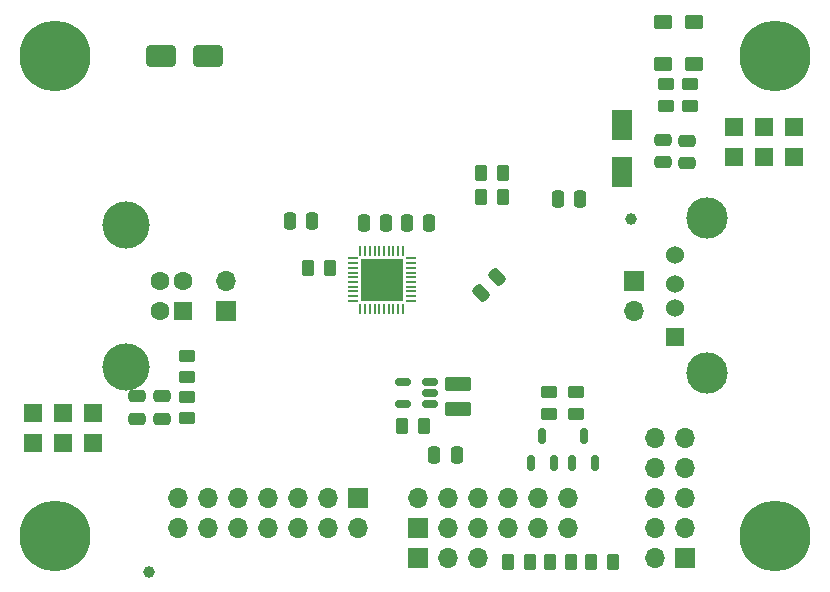
<source format=gbr>
%TF.GenerationSoftware,KiCad,Pcbnew,7.0.7-7.0.7~ubuntu23.04.1*%
%TF.CreationDate,2023-09-27T06:57:11+00:00*%
%TF.ProjectId,USBSDREADER01,55534253-4452-4454-9144-455230312e6b,rev?*%
%TF.SameCoordinates,Original*%
%TF.FileFunction,Soldermask,Bot*%
%TF.FilePolarity,Negative*%
%FSLAX46Y46*%
G04 Gerber Fmt 4.6, Leading zero omitted, Abs format (unit mm)*
G04 Created by KiCad (PCBNEW 7.0.7-7.0.7~ubuntu23.04.1) date 2023-09-27 06:57:11*
%MOMM*%
%LPD*%
G01*
G04 APERTURE LIST*
G04 Aperture macros list*
%AMRoundRect*
0 Rectangle with rounded corners*
0 $1 Rounding radius*
0 $2 $3 $4 $5 $6 $7 $8 $9 X,Y pos of 4 corners*
0 Add a 4 corners polygon primitive as box body*
4,1,4,$2,$3,$4,$5,$6,$7,$8,$9,$2,$3,0*
0 Add four circle primitives for the rounded corners*
1,1,$1+$1,$2,$3*
1,1,$1+$1,$4,$5*
1,1,$1+$1,$6,$7*
1,1,$1+$1,$8,$9*
0 Add four rect primitives between the rounded corners*
20,1,$1+$1,$2,$3,$4,$5,0*
20,1,$1+$1,$4,$5,$6,$7,0*
20,1,$1+$1,$6,$7,$8,$9,0*
20,1,$1+$1,$8,$9,$2,$3,0*%
G04 Aperture macros list end*
%ADD10C,6.000000*%
%ADD11R,1.700000X1.700000*%
%ADD12O,1.700000X1.700000*%
%ADD13R,1.600000X1.600000*%
%ADD14C,1.600000*%
%ADD15C,4.000000*%
%ADD16R,1.524000X1.524000*%
%ADD17C,1.524000*%
%ADD18C,3.500000*%
%ADD19RoundRect,0.250000X0.262500X0.450000X-0.262500X0.450000X-0.262500X-0.450000X0.262500X-0.450000X0*%
%ADD20RoundRect,0.150000X0.150000X-0.512500X0.150000X0.512500X-0.150000X0.512500X-0.150000X-0.512500X0*%
%ADD21RoundRect,0.250000X0.450000X-0.262500X0.450000X0.262500X-0.450000X0.262500X-0.450000X-0.262500X0*%
%ADD22RoundRect,0.250000X0.475000X-0.250000X0.475000X0.250000X-0.475000X0.250000X-0.475000X-0.250000X0*%
%ADD23RoundRect,0.250000X0.250000X0.475000X-0.250000X0.475000X-0.250000X-0.475000X0.250000X-0.475000X0*%
%ADD24RoundRect,0.250000X-0.450000X0.262500X-0.450000X-0.262500X0.450000X-0.262500X0.450000X0.262500X0*%
%ADD25R,1.800000X2.500000*%
%ADD26RoundRect,0.250000X1.000000X0.650000X-1.000000X0.650000X-1.000000X-0.650000X1.000000X-0.650000X0*%
%ADD27RoundRect,0.166667X-0.583333X0.458333X-0.583333X-0.458333X0.583333X-0.458333X0.583333X0.458333X0*%
%ADD28RoundRect,0.166667X0.583333X-0.458333X0.583333X0.458333X-0.583333X0.458333X-0.583333X-0.458333X0*%
%ADD29R,0.850000X0.200000*%
%ADD30R,0.200000X0.850000*%
%ADD31R,3.600000X3.600000*%
%ADD32RoundRect,0.250000X0.850000X-0.375000X0.850000X0.375000X-0.850000X0.375000X-0.850000X-0.375000X0*%
%ADD33RoundRect,0.250000X-0.262500X-0.450000X0.262500X-0.450000X0.262500X0.450000X-0.262500X0.450000X0*%
%ADD34C,1.000000*%
%ADD35RoundRect,0.250000X-0.250000X-0.475000X0.250000X-0.475000X0.250000X0.475000X-0.250000X0.475000X0*%
%ADD36RoundRect,0.250000X0.159099X-0.512652X0.512652X-0.159099X-0.159099X0.512652X-0.512652X0.159099X0*%
%ADD37RoundRect,0.150000X0.512500X0.150000X-0.512500X0.150000X-0.512500X-0.150000X0.512500X-0.150000X0*%
G04 APERTURE END LIST*
D10*
%TO.C,M2*%
X71120000Y50800000D03*
%TD*%
D11*
%TO.C,J7*%
X40850000Y10825000D03*
D12*
X40850000Y13365000D03*
X43390000Y10825000D03*
X43390000Y13365000D03*
X45930000Y10825000D03*
X45930000Y13365000D03*
X48470000Y10825000D03*
X48470000Y13365000D03*
X51010000Y10825000D03*
X51010000Y13365000D03*
X53550000Y10825000D03*
X53550000Y13365000D03*
%TD*%
D10*
%TO.C,M4*%
X71120000Y10160000D03*
%TD*%
D11*
%TO.C,J6*%
X63500000Y8300000D03*
D12*
X60960000Y8300000D03*
X63500000Y10840000D03*
X60960000Y10840000D03*
X63500000Y13380000D03*
X60960000Y13380000D03*
X63500000Y15920000D03*
X60960000Y15920000D03*
X63500000Y18460000D03*
X60960000Y18460000D03*
%TD*%
D11*
%TO.C,J10*%
X24612500Y29205001D03*
D12*
X24612500Y31745001D03*
%TD*%
D13*
%TO.C,J2*%
X21000000Y29230001D03*
D14*
X21000000Y31730001D03*
X19000000Y31730001D03*
X19000000Y29230001D03*
D15*
X16140000Y24480001D03*
X16140000Y36480001D03*
%TD*%
D16*
%TO.C,J1*%
X67640000Y42230000D03*
X67640000Y44770000D03*
X70180000Y42230000D03*
X70180000Y44770000D03*
X72720000Y42230000D03*
X72720000Y44770000D03*
%TD*%
D10*
%TO.C,M3*%
X10160000Y10160000D03*
%TD*%
D16*
%TO.C,J3*%
X62672500Y26980001D03*
D17*
X62672500Y29480001D03*
X62672500Y31480001D03*
X62672500Y33980001D03*
D18*
X65382500Y23910001D03*
X65382500Y37050001D03*
%TD*%
D10*
%TO.C,M1*%
X10160000Y50800000D03*
%TD*%
D11*
%TO.C,J5*%
X35770000Y13365000D03*
D12*
X35770000Y10825000D03*
X33230000Y13365000D03*
X33230000Y10825000D03*
X30690000Y13365000D03*
X30690000Y10825000D03*
X28150000Y13365000D03*
X28150000Y10825000D03*
X25610000Y13365000D03*
X25610000Y10825000D03*
X23070000Y13365000D03*
X23070000Y10825000D03*
X20530000Y13365000D03*
X20530000Y10825000D03*
%TD*%
D11*
%TO.C,J11*%
X59200000Y31755001D03*
D12*
X59200000Y29215001D03*
%TD*%
D11*
%TO.C,J8*%
X40850000Y8285000D03*
D12*
X43390000Y8285000D03*
X45930000Y8285000D03*
%TD*%
D16*
%TO.C,J4*%
X13380000Y20550000D03*
X13380000Y18010000D03*
X10840000Y20550000D03*
X10840000Y18010000D03*
X8300000Y20550000D03*
X8300000Y18010000D03*
%TD*%
D19*
%TO.C,R4*%
X53852500Y7980000D03*
X52027500Y7980000D03*
%TD*%
D20*
%TO.C,Q2*%
X52350000Y16350000D03*
X50450000Y16350000D03*
X51400000Y18625000D03*
%TD*%
D21*
%TO.C,R3*%
X21300000Y23587500D03*
X21300000Y25412500D03*
%TD*%
D19*
%TO.C,R1*%
X33412500Y32800000D03*
X31587500Y32800000D03*
%TD*%
D22*
%TO.C,C1*%
X63640000Y41730000D03*
X63640000Y43630000D03*
%TD*%
D23*
%TO.C,C7*%
X31900000Y36800000D03*
X30000000Y36800000D03*
%TD*%
D24*
%TO.C,R9*%
X63890000Y48392500D03*
X63890000Y46567500D03*
%TD*%
D25*
%TO.C,D1*%
X58140000Y40980000D03*
X58140000Y44980000D03*
%TD*%
D20*
%TO.C,Q1*%
X55850000Y16350000D03*
X53950000Y16350000D03*
X54900000Y18625000D03*
%TD*%
D26*
%TO.C,D2*%
X23112500Y50750000D03*
X19112500Y50750000D03*
%TD*%
D23*
%TO.C,C5*%
X38162500Y36650000D03*
X36262500Y36650000D03*
%TD*%
D27*
%TO.C,D3*%
X64280000Y53700000D03*
D28*
X64280000Y50100000D03*
%TD*%
D22*
%TO.C,C9*%
X19200000Y20062500D03*
X19200000Y21962500D03*
%TD*%
D19*
%TO.C,R5*%
X57365000Y7980000D03*
X55540000Y7980000D03*
%TD*%
D29*
%TO.C,IC1*%
X40250000Y33650000D03*
X40250000Y33250000D03*
X40250000Y32850000D03*
X40250000Y32450000D03*
X40250000Y32050000D03*
X40250000Y31650000D03*
X40250000Y31250000D03*
X40250000Y30850000D03*
X40250000Y30450000D03*
X40250000Y30050000D03*
D30*
X39600000Y29400000D03*
X39200000Y29400000D03*
X38800000Y29400000D03*
X38400000Y29400000D03*
X38000000Y29400000D03*
X37600000Y29400000D03*
X37200000Y29400000D03*
X36800000Y29400000D03*
X36400000Y29400000D03*
X36000000Y29400000D03*
D29*
X35350000Y30050000D03*
X35350000Y30450000D03*
X35350000Y30850000D03*
X35350000Y31250000D03*
X35350000Y31650000D03*
X35350000Y32050000D03*
X35350000Y32450000D03*
X35350000Y32850000D03*
X35350000Y33250000D03*
X35350000Y33650000D03*
D30*
X36000000Y34300000D03*
X36400000Y34300000D03*
X36800000Y34300000D03*
X37200000Y34300000D03*
X37600000Y34300000D03*
X38000000Y34300000D03*
X38400000Y34300000D03*
X38800000Y34300000D03*
X39200000Y34300000D03*
X39600000Y34300000D03*
D31*
X37800000Y31850000D03*
%TD*%
D32*
%TO.C,L1*%
X44300000Y20900000D03*
X44300000Y23050000D03*
%TD*%
D19*
%TO.C,R13*%
X41362500Y19450000D03*
X39537500Y19450000D03*
%TD*%
%TO.C,R12*%
X50352500Y7980000D03*
X48527500Y7980000D03*
%TD*%
D33*
%TO.C,R7*%
X46237500Y40850000D03*
X48062500Y40850000D03*
%TD*%
D34*
%TO.C,FID2*%
X58890000Y36980000D03*
%TD*%
D22*
%TO.C,C10*%
X17100000Y20062500D03*
X17100000Y21962500D03*
%TD*%
D34*
%TO.C,FID1*%
X18100000Y7100000D03*
%TD*%
D21*
%TO.C,R11*%
X54250000Y20512500D03*
X54250000Y22337500D03*
%TD*%
D22*
%TO.C,C2*%
X61640000Y41780000D03*
X61640000Y43680000D03*
%TD*%
D35*
%TO.C,C3*%
X39912500Y36650000D03*
X41812500Y36650000D03*
%TD*%
D21*
%TO.C,R10*%
X51950000Y20500000D03*
X51950000Y22325000D03*
%TD*%
%TO.C,R2*%
X21300000Y20100000D03*
X21300000Y21925000D03*
%TD*%
D36*
%TO.C,C6*%
X46250000Y30750000D03*
X47593502Y32093502D03*
%TD*%
D27*
%TO.C,D4*%
X61640000Y53700000D03*
D28*
X61640000Y50100000D03*
%TD*%
D23*
%TO.C,C8*%
X44150000Y17000000D03*
X42250000Y17000000D03*
%TD*%
D24*
%TO.C,R8*%
X61890000Y48392500D03*
X61890000Y46567500D03*
%TD*%
D37*
%TO.C,U1*%
X41850000Y23200000D03*
X41850000Y22250000D03*
X41850000Y21300000D03*
X39575000Y21300000D03*
X39575000Y23200000D03*
%TD*%
D19*
%TO.C,R6*%
X48050000Y38850000D03*
X46225000Y38850000D03*
%TD*%
D35*
%TO.C,C4*%
X52712500Y38650000D03*
X54612500Y38650000D03*
%TD*%
M02*

</source>
